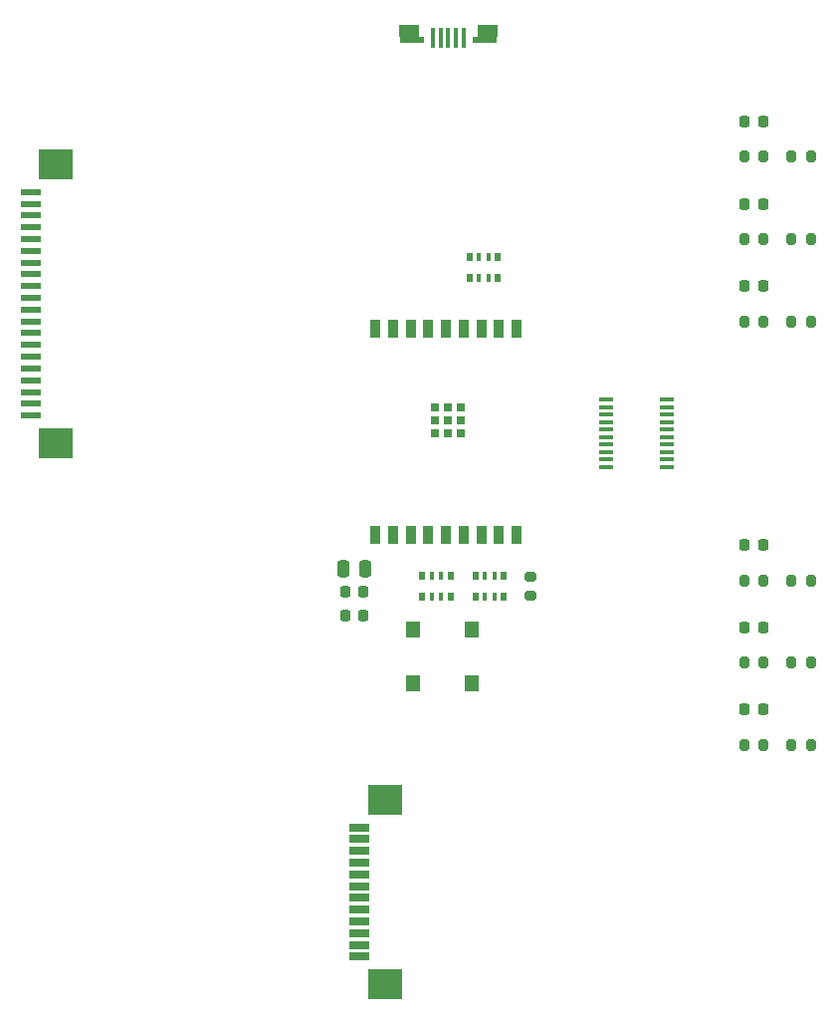
<source format=gbr>
%TF.GenerationSoftware,KiCad,Pcbnew,9.0.3*%
%TF.CreationDate,2025-08-16T08:56:31+03:00*%
%TF.ProjectId,PMCNV-Count6,504d434e-562d-4436-9f75-6e74362e6b69,rev?*%
%TF.SameCoordinates,PX3dfd240PY5f5e100*%
%TF.FileFunction,Paste,Top*%
%TF.FilePolarity,Positive*%
%FSLAX46Y46*%
G04 Gerber Fmt 4.6, Leading zero omitted, Abs format (unit mm)*
G04 Created by KiCad (PCBNEW 9.0.3) date 2025-08-16 08:56:31*
%MOMM*%
%LPD*%
G01*
G04 APERTURE LIST*
G04 Aperture macros list*
%AMRoundRect*
0 Rectangle with rounded corners*
0 $1 Rounding radius*
0 $2 $3 $4 $5 $6 $7 $8 $9 X,Y pos of 4 corners*
0 Add a 4 corners polygon primitive as box body*
4,1,4,$2,$3,$4,$5,$6,$7,$8,$9,$2,$3,0*
0 Add four circle primitives for the rounded corners*
1,1,$1+$1,$2,$3*
1,1,$1+$1,$4,$5*
1,1,$1+$1,$6,$7*
1,1,$1+$1,$8,$9*
0 Add four rect primitives between the rounded corners*
20,1,$1+$1,$2,$3,$4,$5,0*
20,1,$1+$1,$4,$5,$6,$7,0*
20,1,$1+$1,$6,$7,$8,$9,0*
20,1,$1+$1,$8,$9,$2,$3,0*%
G04 Aperture macros list end*
%ADD10R,0.500000X0.800000*%
%ADD11R,0.400000X0.800000*%
%ADD12RoundRect,0.200000X-0.200000X-0.275000X0.200000X-0.275000X0.200000X0.275000X-0.200000X0.275000X0*%
%ADD13RoundRect,0.200000X0.275000X-0.200000X0.275000X0.200000X-0.275000X0.200000X-0.275000X-0.200000X0*%
%ADD14RoundRect,0.250000X0.250000X0.475000X-0.250000X0.475000X-0.250000X-0.475000X0.250000X-0.475000X0*%
%ADD15RoundRect,0.225000X0.225000X0.250000X-0.225000X0.250000X-0.225000X-0.250000X0.225000X-0.250000X0*%
%ADD16R,1.803400X0.635000*%
%ADD17R,2.997200X2.590800*%
%ADD18R,1.244600X1.346200*%
%ADD19RoundRect,0.225000X-0.225000X-0.250000X0.225000X-0.250000X0.225000X0.250000X-0.225000X0.250000X0*%
%ADD20R,1.200000X0.400000*%
%ADD21R,0.406400X1.750000*%
%ADD22R,1.654126X1.104108*%
%ADD23R,2.108196X0.496100*%
%ADD24R,2.108196X0.496108*%
%ADD25R,1.654066X1.104100*%
%ADD26R,0.889000X1.498600*%
%ADD27R,0.711200X0.711200*%
%ADD28R,1.800000X0.600000*%
%ADD29R,3.000000X2.600000*%
G04 APERTURE END LIST*
D10*
%TO.C,RN1*%
X3200000Y24000000D03*
D11*
X2400000Y24000000D03*
X1600000Y24000000D03*
D10*
X800000Y24000000D03*
X800000Y22200000D03*
D11*
X1600000Y22200000D03*
X2400000Y22200000D03*
D10*
X3200000Y22200000D03*
%TD*%
D12*
%TO.C,R11*%
X24175000Y-17500000D03*
X25825000Y-17500000D03*
%TD*%
D13*
%TO.C,R13*%
X6000000Y-4825000D03*
X6000000Y-3175000D03*
%TD*%
D14*
%TO.C,C2*%
X-8050000Y-2500000D03*
X-9950000Y-2500000D03*
%TD*%
D15*
%TO.C,C5*%
X-8225000Y-4500000D03*
X-9775000Y-4500000D03*
%TD*%
D16*
%TO.C,J2*%
X-8556000Y-35499992D03*
X-8556000Y-34499994D03*
X-8556000Y-33499996D03*
X-8556000Y-32499998D03*
X-8556000Y-31500000D03*
X-8556000Y-30500000D03*
X-8556000Y-29500000D03*
X-8556000Y-28500000D03*
X-8556000Y-27500002D03*
X-8556000Y-26500004D03*
X-8556000Y-25500006D03*
X-8556000Y-24500008D03*
D17*
X-6385999Y-37850003D03*
X-6385999Y-22149997D03*
%TD*%
D12*
%TO.C,R9*%
X24175000Y-10500000D03*
X25825000Y-10500000D03*
%TD*%
D18*
%TO.C,SW1*%
X1000000Y-12286000D03*
X1000000Y-7714000D03*
%TD*%
D10*
%TO.C,RN3*%
X3700000Y-3100000D03*
D11*
X2900000Y-3100000D03*
X2100000Y-3100000D03*
D10*
X1300000Y-3100000D03*
X1300000Y-4900000D03*
D11*
X2100000Y-4900000D03*
X2900000Y-4900000D03*
D10*
X3700000Y-4900000D03*
%TD*%
D12*
%TO.C,R2*%
X28175000Y32500000D03*
X29825000Y32500000D03*
%TD*%
%TO.C,R1*%
X24175000Y32500000D03*
X25825000Y32500000D03*
%TD*%
D18*
%TO.C,SW2*%
X-4000000Y-12286000D03*
X-4000000Y-7714000D03*
%TD*%
D12*
%TO.C,R5*%
X24175000Y18500000D03*
X25825000Y18500000D03*
%TD*%
D15*
%TO.C,C9*%
X-8225000Y-6500000D03*
X-9775000Y-6500000D03*
%TD*%
D19*
%TO.C,C3*%
X24225000Y28500000D03*
X25775000Y28500000D03*
%TD*%
D20*
%TO.C,U3*%
X17600000Y6142500D03*
X17600000Y6777500D03*
X17600000Y7412500D03*
X17600000Y8047500D03*
X17600000Y8682500D03*
X17600000Y9317500D03*
X17600000Y9952500D03*
X17600000Y10587500D03*
X17600000Y11222500D03*
X17600000Y11857500D03*
X12400000Y11857500D03*
X12400000Y11222500D03*
X12400000Y10587500D03*
X12400000Y9952500D03*
X12400000Y9317500D03*
X12400000Y8682500D03*
X12400000Y8047500D03*
X12400000Y7412500D03*
X12400000Y6777500D03*
X12400000Y6142500D03*
%TD*%
D12*
%TO.C,R3*%
X24175000Y25500000D03*
X25825000Y25500000D03*
%TD*%
D21*
%TO.C,J1*%
X299972Y42627042D03*
X-350014Y42627042D03*
X-1000000Y42627042D03*
X-1649986Y42627042D03*
D22*
X2327035Y43200204D03*
D23*
X2100001Y42400100D03*
D21*
X-2299972Y42627042D03*
D24*
X-4099997Y42400096D03*
D25*
X-4327061Y43200200D03*
%TD*%
D10*
%TO.C,RN2*%
X-3200000Y-4900000D03*
D11*
X-2400000Y-4900000D03*
X-1600000Y-4900000D03*
D10*
X-800000Y-4900000D03*
X-800000Y-3100000D03*
D11*
X-1600000Y-3100000D03*
X-2400000Y-3100000D03*
D10*
X-3200000Y-3100000D03*
%TD*%
D19*
%TO.C,C1*%
X24225000Y35500000D03*
X25775000Y35500000D03*
%TD*%
D12*
%TO.C,R4*%
X28175000Y25500000D03*
X29825000Y25500000D03*
%TD*%
D19*
%TO.C,C8*%
X24225000Y-14500000D03*
X25775000Y-14500000D03*
%TD*%
D12*
%TO.C,R6*%
X28175000Y18500000D03*
X29825000Y18500000D03*
%TD*%
%TO.C,R10*%
X28175000Y-10500000D03*
X29825000Y-10500000D03*
%TD*%
D26*
%TO.C,U2*%
X-7199998Y390000D03*
X-5699999Y390000D03*
X-4199999Y390000D03*
X-2700000Y390000D03*
X-1200000Y390000D03*
X300000Y390000D03*
X1800002Y390000D03*
X3300001Y390000D03*
X4800001Y390000D03*
X4799998Y17890000D03*
X3299999Y17890000D03*
X1799999Y17890000D03*
X300000Y17890000D03*
X-1200000Y17890000D03*
X-2700000Y17890000D03*
X-4200002Y17890000D03*
X-5700001Y17890000D03*
X-7200001Y17890000D03*
D27*
X-2100000Y9000000D03*
X-1000000Y9000000D03*
X100000Y9000000D03*
X-2100000Y10100000D03*
X-1000000Y10100000D03*
X100000Y10100000D03*
X-2100000Y11200000D03*
X-1000000Y11200000D03*
X100000Y11200000D03*
%TD*%
D28*
%TO.C,JM1*%
X-36546000Y10500000D03*
X-36546000Y11500000D03*
X-36546000Y12500000D03*
X-36546000Y13500000D03*
X-36546000Y14500000D03*
X-36546000Y15500000D03*
X-36546000Y16500000D03*
X-36546000Y17500000D03*
X-36546000Y18500000D03*
X-36546000Y19500000D03*
X-36546000Y20500000D03*
X-36546000Y21500000D03*
X-36546000Y22500000D03*
X-36546000Y23500000D03*
X-36546000Y24500000D03*
X-36546000Y25500000D03*
X-36546000Y26500000D03*
X-36546000Y27500000D03*
X-36546000Y28500000D03*
X-36546000Y29500000D03*
D29*
X-34375000Y8150000D03*
X-34375000Y31850000D03*
%TD*%
D12*
%TO.C,R8*%
X28175000Y-3500000D03*
X29825000Y-3500000D03*
%TD*%
D19*
%TO.C,C4*%
X24225000Y21500000D03*
X25775000Y21500000D03*
%TD*%
D12*
%TO.C,R7*%
X24175000Y-3500000D03*
X25825000Y-3500000D03*
%TD*%
D19*
%TO.C,C7*%
X24225000Y-7500000D03*
X25775000Y-7500000D03*
%TD*%
D12*
%TO.C,R12*%
X28175000Y-17500000D03*
X29825000Y-17500000D03*
%TD*%
D19*
%TO.C,C6*%
X24225000Y-500000D03*
X25775000Y-500000D03*
%TD*%
M02*

</source>
